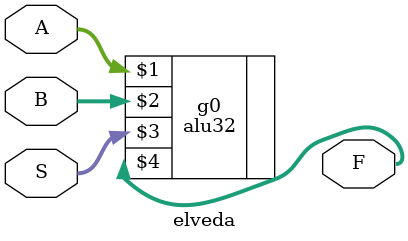
<source format=v>
module elveda(A,B,S,F);

input [31:0] A,B;
input [2:0] S;
output [31:0] F;

	alu32 g0(A,B,S,F);
	
endmodule 
</source>
